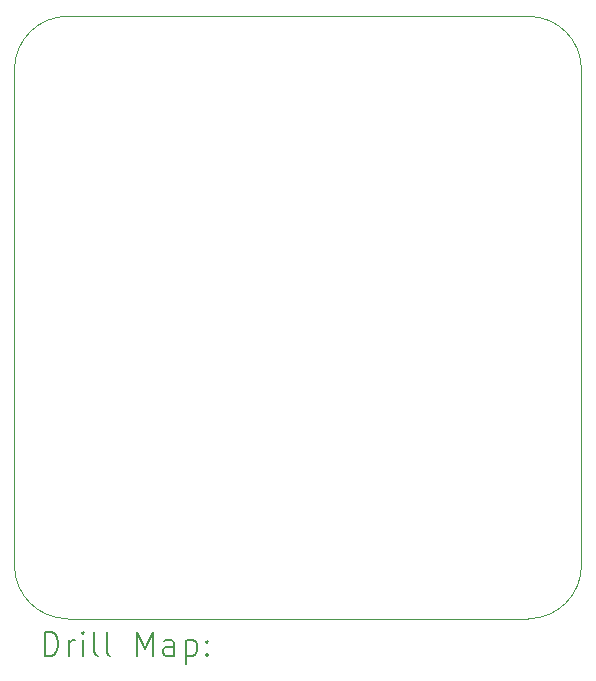
<source format=gbr>
%TF.GenerationSoftware,KiCad,Pcbnew,8.0.3*%
%TF.CreationDate,2024-10-16T20:56:56-05:00*%
%TF.ProjectId,BB-STM32 Dev Board,42422d53-544d-4333-9220-44657620426f,0*%
%TF.SameCoordinates,Original*%
%TF.FileFunction,Drillmap*%
%TF.FilePolarity,Positive*%
%FSLAX45Y45*%
G04 Gerber Fmt 4.5, Leading zero omitted, Abs format (unit mm)*
G04 Created by KiCad (PCBNEW 8.0.3) date 2024-10-16 20:56:56*
%MOMM*%
%LPD*%
G01*
G04 APERTURE LIST*
%ADD10C,0.050000*%
%ADD11C,0.200000*%
G04 APERTURE END LIST*
D10*
X11900000Y-12350000D02*
G75*
G02*
X11450000Y-11900000I0J450000D01*
G01*
X16250000Y-11900000D02*
G75*
G02*
X15800000Y-12350000I-450000J0D01*
G01*
X15800000Y-7250000D02*
G75*
G02*
X16250000Y-7700000I0J-450000D01*
G01*
X11450000Y-7700000D02*
G75*
G02*
X11900000Y-7250000I450000J0D01*
G01*
X16250000Y-11900000D02*
X16250000Y-7700000D01*
X11450000Y-7700000D02*
X11450000Y-11900000D01*
X15800000Y-7250000D02*
X11900000Y-7250000D01*
X11900000Y-12350000D02*
X15800000Y-12350000D01*
D11*
X11708277Y-12663984D02*
X11708277Y-12463984D01*
X11708277Y-12463984D02*
X11755896Y-12463984D01*
X11755896Y-12463984D02*
X11784467Y-12473508D01*
X11784467Y-12473508D02*
X11803515Y-12492555D01*
X11803515Y-12492555D02*
X11813039Y-12511603D01*
X11813039Y-12511603D02*
X11822562Y-12549698D01*
X11822562Y-12549698D02*
X11822562Y-12578269D01*
X11822562Y-12578269D02*
X11813039Y-12616365D01*
X11813039Y-12616365D02*
X11803515Y-12635412D01*
X11803515Y-12635412D02*
X11784467Y-12654460D01*
X11784467Y-12654460D02*
X11755896Y-12663984D01*
X11755896Y-12663984D02*
X11708277Y-12663984D01*
X11908277Y-12663984D02*
X11908277Y-12530650D01*
X11908277Y-12568746D02*
X11917801Y-12549698D01*
X11917801Y-12549698D02*
X11927324Y-12540174D01*
X11927324Y-12540174D02*
X11946372Y-12530650D01*
X11946372Y-12530650D02*
X11965420Y-12530650D01*
X12032086Y-12663984D02*
X12032086Y-12530650D01*
X12032086Y-12463984D02*
X12022562Y-12473508D01*
X12022562Y-12473508D02*
X12032086Y-12483031D01*
X12032086Y-12483031D02*
X12041610Y-12473508D01*
X12041610Y-12473508D02*
X12032086Y-12463984D01*
X12032086Y-12463984D02*
X12032086Y-12483031D01*
X12155896Y-12663984D02*
X12136848Y-12654460D01*
X12136848Y-12654460D02*
X12127324Y-12635412D01*
X12127324Y-12635412D02*
X12127324Y-12463984D01*
X12260658Y-12663984D02*
X12241610Y-12654460D01*
X12241610Y-12654460D02*
X12232086Y-12635412D01*
X12232086Y-12635412D02*
X12232086Y-12463984D01*
X12489229Y-12663984D02*
X12489229Y-12463984D01*
X12489229Y-12463984D02*
X12555896Y-12606841D01*
X12555896Y-12606841D02*
X12622562Y-12463984D01*
X12622562Y-12463984D02*
X12622562Y-12663984D01*
X12803515Y-12663984D02*
X12803515Y-12559222D01*
X12803515Y-12559222D02*
X12793991Y-12540174D01*
X12793991Y-12540174D02*
X12774943Y-12530650D01*
X12774943Y-12530650D02*
X12736848Y-12530650D01*
X12736848Y-12530650D02*
X12717801Y-12540174D01*
X12803515Y-12654460D02*
X12784467Y-12663984D01*
X12784467Y-12663984D02*
X12736848Y-12663984D01*
X12736848Y-12663984D02*
X12717801Y-12654460D01*
X12717801Y-12654460D02*
X12708277Y-12635412D01*
X12708277Y-12635412D02*
X12708277Y-12616365D01*
X12708277Y-12616365D02*
X12717801Y-12597317D01*
X12717801Y-12597317D02*
X12736848Y-12587793D01*
X12736848Y-12587793D02*
X12784467Y-12587793D01*
X12784467Y-12587793D02*
X12803515Y-12578269D01*
X12898753Y-12530650D02*
X12898753Y-12730650D01*
X12898753Y-12540174D02*
X12917801Y-12530650D01*
X12917801Y-12530650D02*
X12955896Y-12530650D01*
X12955896Y-12530650D02*
X12974943Y-12540174D01*
X12974943Y-12540174D02*
X12984467Y-12549698D01*
X12984467Y-12549698D02*
X12993991Y-12568746D01*
X12993991Y-12568746D02*
X12993991Y-12625888D01*
X12993991Y-12625888D02*
X12984467Y-12644936D01*
X12984467Y-12644936D02*
X12974943Y-12654460D01*
X12974943Y-12654460D02*
X12955896Y-12663984D01*
X12955896Y-12663984D02*
X12917801Y-12663984D01*
X12917801Y-12663984D02*
X12898753Y-12654460D01*
X13079705Y-12644936D02*
X13089229Y-12654460D01*
X13089229Y-12654460D02*
X13079705Y-12663984D01*
X13079705Y-12663984D02*
X13070182Y-12654460D01*
X13070182Y-12654460D02*
X13079705Y-12644936D01*
X13079705Y-12644936D02*
X13079705Y-12663984D01*
X13079705Y-12540174D02*
X13089229Y-12549698D01*
X13089229Y-12549698D02*
X13079705Y-12559222D01*
X13079705Y-12559222D02*
X13070182Y-12549698D01*
X13070182Y-12549698D02*
X13079705Y-12540174D01*
X13079705Y-12540174D02*
X13079705Y-12559222D01*
M02*

</source>
